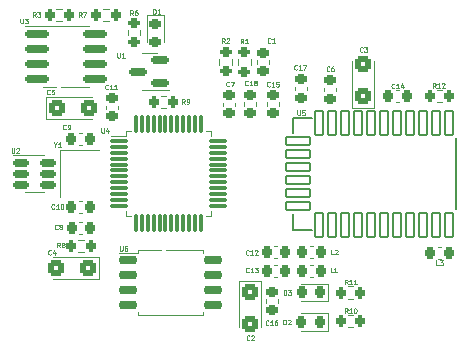
<source format=gbr>
G04 #@! TF.GenerationSoftware,KiCad,Pcbnew,6.0.11-2627ca5db0~126~ubuntu22.04.1*
G04 #@! TF.CreationDate,2023-11-29T16:22:24+00:00*
G04 #@! TF.ProjectId,GeoLoc,47656f4c-6f63-42e6-9b69-6361645f7063,rev?*
G04 #@! TF.SameCoordinates,PX44794c0PY22243c0*
G04 #@! TF.FileFunction,Legend,Top*
G04 #@! TF.FilePolarity,Positive*
%FSLAX45Y45*%
G04 Gerber Fmt 4.5, Leading zero omitted, Abs format (unit mm)*
G04 Created by KiCad (PCBNEW 6.0.11-2627ca5db0~126~ubuntu22.04.1) date 2023-11-29 16:22:24*
%MOMM*%
%LPD*%
G01*
G04 APERTURE LIST*
G04 Aperture macros list*
%AMRoundRect*
0 Rectangle with rounded corners*
0 $1 Rounding radius*
0 $2 $3 $4 $5 $6 $7 $8 $9 X,Y pos of 4 corners*
0 Add a 4 corners polygon primitive as box body*
4,1,4,$2,$3,$4,$5,$6,$7,$8,$9,$2,$3,0*
0 Add four circle primitives for the rounded corners*
1,1,$1+$1,$2,$3*
1,1,$1+$1,$4,$5*
1,1,$1+$1,$6,$7*
1,1,$1+$1,$8,$9*
0 Add four rect primitives between the rounded corners*
20,1,$1+$1,$2,$3,$4,$5,0*
20,1,$1+$1,$4,$5,$6,$7,0*
20,1,$1+$1,$6,$7,$8,$9,0*
20,1,$1+$1,$8,$9,$2,$3,0*%
G04 Aperture macros list end*
%ADD10C,0.100000*%
%ADD11C,0.120000*%
%ADD12C,0.127000*%
%ADD13RoundRect,0.250000X0.625000X-0.350000X0.625000X0.350000X-0.625000X0.350000X-0.625000X-0.350000X0*%
%ADD14O,1.750000X1.200000*%
%ADD15RoundRect,0.150000X0.587500X0.150000X-0.587500X0.150000X-0.587500X-0.150000X0.587500X-0.150000X0*%
%ADD16C,4.400000*%
%ADD17RoundRect,0.200000X0.200000X0.275000X-0.200000X0.275000X-0.200000X-0.275000X0.200000X-0.275000X0*%
%ADD18RoundRect,0.218750X0.218750X0.256250X-0.218750X0.256250X-0.218750X-0.256250X0.218750X-0.256250X0*%
%ADD19RoundRect,0.250000X0.450000X0.425000X-0.450000X0.425000X-0.450000X-0.425000X0.450000X-0.425000X0*%
%ADD20R,1.200000X1.400000*%
%ADD21RoundRect,0.075000X-0.075000X-0.662500X0.075000X-0.662500X0.075000X0.662500X-0.075000X0.662500X0*%
%ADD22RoundRect,0.075000X-0.662500X-0.075000X0.662500X-0.075000X0.662500X0.075000X-0.662500X0.075000X0*%
%ADD23RoundRect,0.225000X-0.250000X0.225000X-0.250000X-0.225000X0.250000X-0.225000X0.250000X0.225000X0*%
%ADD24RoundRect,0.225000X0.225000X0.250000X-0.225000X0.250000X-0.225000X-0.250000X0.225000X-0.250000X0*%
%ADD25RoundRect,0.150000X-0.825000X-0.150000X0.825000X-0.150000X0.825000X0.150000X-0.825000X0.150000X0*%
%ADD26R,2.290000X3.000000*%
%ADD27RoundRect,0.225000X-0.225000X-0.250000X0.225000X-0.250000X0.225000X0.250000X-0.225000X0.250000X0*%
%ADD28RoundRect,0.250000X-0.450000X-0.425000X0.450000X-0.425000X0.450000X0.425000X-0.450000X0.425000X0*%
%ADD29RoundRect,0.218750X-0.218750X-0.256250X0.218750X-0.256250X0.218750X0.256250X-0.218750X0.256250X0*%
%ADD30RoundRect,0.225000X0.250000X-0.225000X0.250000X0.225000X-0.250000X0.225000X-0.250000X-0.225000X0*%
%ADD31RoundRect,0.150000X-0.512500X-0.150000X0.512500X-0.150000X0.512500X0.150000X-0.512500X0.150000X0*%
%ADD32RoundRect,0.200000X0.275000X-0.200000X0.275000X0.200000X-0.275000X0.200000X-0.275000X-0.200000X0*%
%ADD33RoundRect,0.150000X-0.650000X-0.150000X0.650000X-0.150000X0.650000X0.150000X-0.650000X0.150000X0*%
%ADD34RoundRect,0.102000X-0.350000X1.000000X-0.350000X-1.000000X0.350000X-1.000000X0.350000X1.000000X0*%
%ADD35RoundRect,0.102000X-1.000000X0.350000X-1.000000X-0.350000X1.000000X-0.350000X1.000000X0.350000X0*%
%ADD36RoundRect,0.218750X-0.256250X0.218750X-0.256250X-0.218750X0.256250X-0.218750X0.256250X0.218750X0*%
%ADD37RoundRect,0.250000X-0.425000X0.450000X-0.425000X-0.450000X0.425000X-0.450000X0.425000X0.450000X0*%
%ADD38RoundRect,0.200000X-0.275000X0.200000X-0.275000X-0.200000X0.275000X-0.200000X0.275000X0.200000X0*%
%ADD39RoundRect,0.250000X0.425000X-0.450000X0.425000X0.450000X-0.425000X0.450000X-0.425000X-0.450000X0*%
%ADD40C,0.400000*%
G04 APERTURE END LIST*
D10*
X1496524Y-429095D02*
X1496524Y-461476D01*
X1498428Y-465286D01*
X1500333Y-467190D01*
X1504143Y-469095D01*
X1511762Y-469095D01*
X1515571Y-467190D01*
X1517476Y-465286D01*
X1519381Y-461476D01*
X1519381Y-429095D01*
X1559381Y-469095D02*
X1536524Y-469095D01*
X1547952Y-469095D02*
X1547952Y-429095D01*
X1544143Y-434809D01*
X1540333Y-438619D01*
X1536524Y-440524D01*
X3446286Y-2389095D02*
X3432952Y-2370048D01*
X3423428Y-2389095D02*
X3423428Y-2349095D01*
X3438667Y-2349095D01*
X3442476Y-2351000D01*
X3444381Y-2352905D01*
X3446286Y-2356714D01*
X3446286Y-2362429D01*
X3444381Y-2366238D01*
X3442476Y-2368143D01*
X3438667Y-2370048D01*
X3423428Y-2370048D01*
X3484381Y-2389095D02*
X3461524Y-2389095D01*
X3472952Y-2389095D02*
X3472952Y-2349095D01*
X3469143Y-2354810D01*
X3465333Y-2358619D01*
X3461524Y-2360524D01*
X3522476Y-2389095D02*
X3499619Y-2389095D01*
X3511048Y-2389095D02*
X3511048Y-2349095D01*
X3507238Y-2354810D01*
X3503428Y-2358619D01*
X3499619Y-2360524D01*
X3445286Y-2631095D02*
X3431952Y-2612048D01*
X3422428Y-2631095D02*
X3422428Y-2591095D01*
X3437667Y-2591095D01*
X3441476Y-2593000D01*
X3443381Y-2594905D01*
X3445286Y-2598714D01*
X3445286Y-2604429D01*
X3443381Y-2608238D01*
X3441476Y-2610143D01*
X3437667Y-2612048D01*
X3422428Y-2612048D01*
X3483381Y-2631095D02*
X3460524Y-2631095D01*
X3471952Y-2631095D02*
X3471952Y-2591095D01*
X3468143Y-2596810D01*
X3464333Y-2600619D01*
X3460524Y-2602524D01*
X3508143Y-2591095D02*
X3511952Y-2591095D01*
X3515762Y-2593000D01*
X3517667Y-2594905D01*
X3519571Y-2598714D01*
X3521476Y-2606333D01*
X3521476Y-2615857D01*
X3519571Y-2623476D01*
X3517667Y-2627286D01*
X3515762Y-2629190D01*
X3511952Y-2631095D01*
X3508143Y-2631095D01*
X3504333Y-2629190D01*
X3502428Y-2627286D01*
X3500524Y-2623476D01*
X3498619Y-2615857D01*
X3498619Y-2606333D01*
X3500524Y-2598714D01*
X3502428Y-2594905D01*
X3504333Y-2593000D01*
X3508143Y-2591095D01*
X2905476Y-2477095D02*
X2905476Y-2437095D01*
X2915000Y-2437095D01*
X2920714Y-2439000D01*
X2924524Y-2442810D01*
X2926428Y-2446619D01*
X2928333Y-2454238D01*
X2928333Y-2459952D01*
X2926428Y-2467571D01*
X2924524Y-2471381D01*
X2920714Y-2475190D01*
X2915000Y-2477095D01*
X2905476Y-2477095D01*
X2941667Y-2437095D02*
X2966428Y-2437095D01*
X2953095Y-2452333D01*
X2958809Y-2452333D01*
X2962619Y-2454238D01*
X2964524Y-2456143D01*
X2966428Y-2459952D01*
X2966428Y-2469476D01*
X2964524Y-2473286D01*
X2962619Y-2475190D01*
X2958809Y-2477095D01*
X2947381Y-2477095D01*
X2943571Y-2475190D01*
X2941667Y-2473286D01*
X2902976Y-2727095D02*
X2902976Y-2687095D01*
X2912500Y-2687095D01*
X2918214Y-2689000D01*
X2922024Y-2692810D01*
X2923928Y-2696619D01*
X2925833Y-2704238D01*
X2925833Y-2709952D01*
X2923928Y-2717571D01*
X2922024Y-2721381D01*
X2918214Y-2725190D01*
X2912500Y-2727095D01*
X2902976Y-2727095D01*
X2941071Y-2690905D02*
X2942976Y-2689000D01*
X2946786Y-2687095D01*
X2956309Y-2687095D01*
X2960119Y-2689000D01*
X2962024Y-2690905D01*
X2963928Y-2694714D01*
X2963928Y-2698524D01*
X2962024Y-2704238D01*
X2939167Y-2727095D01*
X2963928Y-2727095D01*
X935333Y-2133286D02*
X933428Y-2135190D01*
X927714Y-2137095D01*
X923905Y-2137095D01*
X918190Y-2135190D01*
X914381Y-2131381D01*
X912476Y-2127571D01*
X910571Y-2119952D01*
X910571Y-2114238D01*
X912476Y-2106619D01*
X914381Y-2102810D01*
X918190Y-2099000D01*
X923905Y-2097095D01*
X927714Y-2097095D01*
X933428Y-2099000D01*
X935333Y-2100905D01*
X969619Y-2110429D02*
X969619Y-2137095D01*
X960095Y-2095190D02*
X950571Y-2123762D01*
X975333Y-2123762D01*
X970952Y-1207048D02*
X970952Y-1226095D01*
X957619Y-1186095D02*
X970952Y-1207048D01*
X984286Y-1186095D01*
X1018571Y-1226095D02*
X995714Y-1226095D01*
X1007143Y-1226095D02*
X1007143Y-1186095D01*
X1003333Y-1191810D01*
X999524Y-1195619D01*
X995714Y-1197524D01*
X1361524Y-1066095D02*
X1361524Y-1098476D01*
X1363429Y-1102286D01*
X1365333Y-1104190D01*
X1369143Y-1106095D01*
X1376762Y-1106095D01*
X1380571Y-1104190D01*
X1382476Y-1102286D01*
X1384381Y-1098476D01*
X1384381Y-1066095D01*
X1420571Y-1079429D02*
X1420571Y-1106095D01*
X1411048Y-1064190D02*
X1401524Y-1092762D01*
X1426286Y-1092762D01*
X1419086Y-732286D02*
X1417181Y-734190D01*
X1411467Y-736095D01*
X1407657Y-736095D01*
X1401943Y-734190D01*
X1398133Y-730381D01*
X1396229Y-726571D01*
X1394324Y-718952D01*
X1394324Y-713238D01*
X1396229Y-705619D01*
X1398133Y-701809D01*
X1401943Y-698000D01*
X1407657Y-696095D01*
X1411467Y-696095D01*
X1417181Y-698000D01*
X1419086Y-699905D01*
X1457181Y-736095D02*
X1434324Y-736095D01*
X1445752Y-736095D02*
X1445752Y-696095D01*
X1441943Y-701809D01*
X1438133Y-705619D01*
X1434324Y-707524D01*
X1495276Y-736095D02*
X1472419Y-736095D01*
X1483848Y-736095D02*
X1483848Y-696095D01*
X1480038Y-701809D01*
X1476228Y-705619D01*
X1472419Y-707524D01*
X2610286Y-2282286D02*
X2608381Y-2284190D01*
X2602667Y-2286095D01*
X2598857Y-2286095D01*
X2593143Y-2284190D01*
X2589333Y-2280381D01*
X2587429Y-2276571D01*
X2585524Y-2268952D01*
X2585524Y-2263238D01*
X2587429Y-2255619D01*
X2589333Y-2251810D01*
X2593143Y-2248000D01*
X2598857Y-2246095D01*
X2602667Y-2246095D01*
X2608381Y-2248000D01*
X2610286Y-2249905D01*
X2648381Y-2286095D02*
X2625524Y-2286095D01*
X2636952Y-2286095D02*
X2636952Y-2246095D01*
X2633143Y-2251810D01*
X2629333Y-2255619D01*
X2625524Y-2257524D01*
X2661714Y-2246095D02*
X2686476Y-2246095D01*
X2673143Y-2261333D01*
X2678857Y-2261333D01*
X2682667Y-2263238D01*
X2684571Y-2265143D01*
X2686476Y-2268952D01*
X2686476Y-2278476D01*
X2684571Y-2282286D01*
X2682667Y-2284190D01*
X2678857Y-2286095D01*
X2667429Y-2286095D01*
X2663619Y-2284190D01*
X2661714Y-2282286D01*
X675524Y-138095D02*
X675524Y-170476D01*
X677429Y-174286D01*
X679333Y-176190D01*
X683143Y-178095D01*
X690762Y-178095D01*
X694571Y-176190D01*
X696476Y-174286D01*
X698381Y-170476D01*
X698381Y-138095D01*
X713619Y-138095D02*
X738381Y-138095D01*
X725048Y-153333D01*
X730762Y-153333D01*
X734571Y-155238D01*
X736476Y-157143D01*
X738381Y-160952D01*
X738381Y-170476D01*
X736476Y-174286D01*
X734571Y-176190D01*
X730762Y-178095D01*
X719333Y-178095D01*
X715524Y-176190D01*
X713619Y-174286D01*
X991333Y-1918286D02*
X989428Y-1920190D01*
X983714Y-1922095D01*
X979905Y-1922095D01*
X974190Y-1920190D01*
X970381Y-1916381D01*
X968476Y-1912571D01*
X966571Y-1904952D01*
X966571Y-1899238D01*
X968476Y-1891619D01*
X970381Y-1887809D01*
X974190Y-1884000D01*
X979905Y-1882095D01*
X983714Y-1882095D01*
X989428Y-1884000D01*
X991333Y-1885905D01*
X1014190Y-1899238D02*
X1010381Y-1897333D01*
X1008476Y-1895428D01*
X1006571Y-1891619D01*
X1006571Y-1889714D01*
X1008476Y-1885905D01*
X1010381Y-1884000D01*
X1014190Y-1882095D01*
X1021809Y-1882095D01*
X1025619Y-1884000D01*
X1027524Y-1885905D01*
X1029428Y-1889714D01*
X1029428Y-1891619D01*
X1027524Y-1895428D01*
X1025619Y-1897333D01*
X1021809Y-1899238D01*
X1014190Y-1899238D01*
X1010381Y-1901143D01*
X1008476Y-1903048D01*
X1006571Y-1906857D01*
X1006571Y-1914476D01*
X1008476Y-1918286D01*
X1010381Y-1920190D01*
X1014190Y-1922095D01*
X1021809Y-1922095D01*
X1025619Y-1920190D01*
X1027524Y-1918286D01*
X1029428Y-1914476D01*
X1029428Y-1906857D01*
X1027524Y-1903048D01*
X1025619Y-1901143D01*
X1021809Y-1899238D01*
X925333Y-775286D02*
X923428Y-777190D01*
X917714Y-779095D01*
X913905Y-779095D01*
X908190Y-777190D01*
X904381Y-773381D01*
X902476Y-769571D01*
X900571Y-761952D01*
X900571Y-756238D01*
X902476Y-748619D01*
X904381Y-744809D01*
X908190Y-741000D01*
X913905Y-739095D01*
X917714Y-739095D01*
X923428Y-741000D01*
X925333Y-742905D01*
X961524Y-739095D02*
X942476Y-739095D01*
X940571Y-758143D01*
X942476Y-756238D01*
X946286Y-754333D01*
X955809Y-754333D01*
X959619Y-756238D01*
X961524Y-758143D01*
X963428Y-761952D01*
X963428Y-771476D01*
X961524Y-775286D01*
X959619Y-777190D01*
X955809Y-779095D01*
X946286Y-779095D01*
X942476Y-777190D01*
X940571Y-775286D01*
X3327333Y-2135095D02*
X3308286Y-2135095D01*
X3308286Y-2095095D01*
X3338762Y-2098905D02*
X3340667Y-2097000D01*
X3344476Y-2095095D01*
X3354000Y-2095095D01*
X3357809Y-2097000D01*
X3359714Y-2098905D01*
X3361619Y-2102714D01*
X3361619Y-2106524D01*
X3359714Y-2112238D01*
X3336857Y-2135095D01*
X3361619Y-2135095D01*
X3019286Y-566286D02*
X3017381Y-568190D01*
X3011667Y-570095D01*
X3007857Y-570095D01*
X3002143Y-568190D01*
X2998333Y-564381D01*
X2996428Y-560571D01*
X2994524Y-552952D01*
X2994524Y-547238D01*
X2996428Y-539619D01*
X2998333Y-535810D01*
X3002143Y-532000D01*
X3007857Y-530095D01*
X3011667Y-530095D01*
X3017381Y-532000D01*
X3019286Y-533905D01*
X3057381Y-570095D02*
X3034524Y-570095D01*
X3045952Y-570095D02*
X3045952Y-530095D01*
X3042143Y-535810D01*
X3038333Y-539619D01*
X3034524Y-541524D01*
X3070714Y-530095D02*
X3097381Y-530095D01*
X3080238Y-570095D01*
X602524Y-1234095D02*
X602524Y-1266476D01*
X604429Y-1270286D01*
X606333Y-1272190D01*
X610143Y-1274095D01*
X617762Y-1274095D01*
X621571Y-1272190D01*
X623476Y-1270286D01*
X625381Y-1266476D01*
X625381Y-1234095D01*
X642524Y-1237905D02*
X644429Y-1236000D01*
X648238Y-1234095D01*
X657762Y-1234095D01*
X661571Y-1236000D01*
X663476Y-1237905D01*
X665381Y-1241714D01*
X665381Y-1245524D01*
X663476Y-1251238D01*
X640619Y-1274095D01*
X665381Y-1274095D01*
X2068333Y-860095D02*
X2055000Y-841048D01*
X2045476Y-860095D02*
X2045476Y-820095D01*
X2060714Y-820095D01*
X2064524Y-822000D01*
X2066428Y-823905D01*
X2068333Y-827714D01*
X2068333Y-833428D01*
X2066428Y-837238D01*
X2064524Y-839143D01*
X2060714Y-841048D01*
X2045476Y-841048D01*
X2087381Y-860095D02*
X2095000Y-860095D01*
X2098810Y-858190D01*
X2100714Y-856286D01*
X2104524Y-850571D01*
X2106429Y-842952D01*
X2106429Y-827714D01*
X2104524Y-823905D01*
X2102619Y-822000D01*
X2098810Y-820095D01*
X2091190Y-820095D01*
X2087381Y-822000D01*
X2085476Y-823905D01*
X2083571Y-827714D01*
X2083571Y-837238D01*
X2085476Y-841048D01*
X2087381Y-842952D01*
X2091190Y-844857D01*
X2098810Y-844857D01*
X2102619Y-842952D01*
X2104524Y-841048D01*
X2106429Y-837238D01*
X1011333Y-2075095D02*
X998000Y-2056048D01*
X988476Y-2075095D02*
X988476Y-2035095D01*
X1003714Y-2035095D01*
X1007524Y-2037000D01*
X1009428Y-2038905D01*
X1011333Y-2042714D01*
X1011333Y-2048428D01*
X1009428Y-2052238D01*
X1007524Y-2054143D01*
X1003714Y-2056048D01*
X988476Y-2056048D01*
X1034190Y-2052238D02*
X1030381Y-2050333D01*
X1028476Y-2048428D01*
X1026571Y-2044619D01*
X1026571Y-2042714D01*
X1028476Y-2038905D01*
X1030381Y-2037000D01*
X1034190Y-2035095D01*
X1041809Y-2035095D01*
X1045619Y-2037000D01*
X1047524Y-2038905D01*
X1049429Y-2042714D01*
X1049429Y-2044619D01*
X1047524Y-2048428D01*
X1045619Y-2050333D01*
X1041809Y-2052238D01*
X1034190Y-2052238D01*
X1030381Y-2054143D01*
X1028476Y-2056048D01*
X1026571Y-2059857D01*
X1026571Y-2067476D01*
X1028476Y-2071286D01*
X1030381Y-2073190D01*
X1034190Y-2075095D01*
X1041809Y-2075095D01*
X1045619Y-2073190D01*
X1047524Y-2071286D01*
X1049429Y-2067476D01*
X1049429Y-2059857D01*
X1047524Y-2056048D01*
X1045619Y-2054143D01*
X1041809Y-2052238D01*
X1629333Y-108095D02*
X1616000Y-89048D01*
X1606476Y-108095D02*
X1606476Y-68095D01*
X1621714Y-68095D01*
X1625524Y-70000D01*
X1627428Y-71905D01*
X1629333Y-75714D01*
X1629333Y-81429D01*
X1627428Y-85238D01*
X1625524Y-87143D01*
X1621714Y-89048D01*
X1606476Y-89048D01*
X1663619Y-68095D02*
X1656000Y-68095D01*
X1652190Y-70000D01*
X1650286Y-71905D01*
X1646476Y-77619D01*
X1644571Y-85238D01*
X1644571Y-100476D01*
X1646476Y-104286D01*
X1648381Y-106190D01*
X1652190Y-108095D01*
X1659809Y-108095D01*
X1663619Y-106190D01*
X1665524Y-104286D01*
X1667428Y-100476D01*
X1667428Y-90952D01*
X1665524Y-87143D01*
X1663619Y-85238D01*
X1659809Y-83333D01*
X1652190Y-83333D01*
X1648381Y-85238D01*
X1646476Y-87143D01*
X1644571Y-90952D01*
X1517524Y-2065095D02*
X1517524Y-2097476D01*
X1519428Y-2101286D01*
X1521333Y-2103190D01*
X1525143Y-2105095D01*
X1532762Y-2105095D01*
X1536571Y-2103190D01*
X1538476Y-2101286D01*
X1540381Y-2097476D01*
X1540381Y-2065095D01*
X1576571Y-2065095D02*
X1568952Y-2065095D01*
X1565143Y-2067000D01*
X1563238Y-2068905D01*
X1559428Y-2074619D01*
X1557524Y-2082238D01*
X1557524Y-2097476D01*
X1559428Y-2101286D01*
X1561333Y-2103190D01*
X1565143Y-2105095D01*
X1572762Y-2105095D01*
X1576571Y-2103190D01*
X1578476Y-2101286D01*
X1580381Y-2097476D01*
X1580381Y-2087952D01*
X1578476Y-2084143D01*
X1576571Y-2082238D01*
X1572762Y-2080333D01*
X1565143Y-2080333D01*
X1561333Y-2082238D01*
X1559428Y-2084143D01*
X1557524Y-2087952D01*
X1193333Y-124095D02*
X1180000Y-105048D01*
X1170476Y-124095D02*
X1170476Y-84095D01*
X1185714Y-84095D01*
X1189524Y-86000D01*
X1191429Y-87905D01*
X1193333Y-91714D01*
X1193333Y-97428D01*
X1191429Y-101238D01*
X1189524Y-103143D01*
X1185714Y-105048D01*
X1170476Y-105048D01*
X1206667Y-84095D02*
X1233333Y-84095D01*
X1216190Y-124095D01*
X2788286Y-709286D02*
X2786381Y-711190D01*
X2780667Y-713095D01*
X2776857Y-713095D01*
X2771143Y-711190D01*
X2767333Y-707381D01*
X2765429Y-703571D01*
X2763524Y-695952D01*
X2763524Y-690238D01*
X2765429Y-682619D01*
X2767333Y-678810D01*
X2771143Y-675000D01*
X2776857Y-673095D01*
X2780667Y-673095D01*
X2786381Y-675000D01*
X2788286Y-676905D01*
X2826381Y-713095D02*
X2803524Y-713095D01*
X2814952Y-713095D02*
X2814952Y-673095D01*
X2811143Y-678810D01*
X2807333Y-682619D01*
X2803524Y-684524D01*
X2862571Y-673095D02*
X2843524Y-673095D01*
X2841619Y-692143D01*
X2843524Y-690238D01*
X2847333Y-688333D01*
X2856857Y-688333D01*
X2860667Y-690238D01*
X2862571Y-692143D01*
X2864476Y-695952D01*
X2864476Y-705476D01*
X2862571Y-709286D01*
X2860667Y-711190D01*
X2856857Y-713095D01*
X2847333Y-713095D01*
X2843524Y-711190D01*
X2841619Y-709286D01*
X4191286Y-724095D02*
X4177952Y-705048D01*
X4168428Y-724095D02*
X4168428Y-684095D01*
X4183667Y-684095D01*
X4187476Y-686000D01*
X4189381Y-687905D01*
X4191286Y-691714D01*
X4191286Y-697429D01*
X4189381Y-701238D01*
X4187476Y-703143D01*
X4183667Y-705048D01*
X4168428Y-705048D01*
X4229381Y-724095D02*
X4206524Y-724095D01*
X4217952Y-724095D02*
X4217952Y-684095D01*
X4214143Y-689810D01*
X4210333Y-693619D01*
X4206524Y-695524D01*
X4244619Y-687905D02*
X4246524Y-686000D01*
X4250333Y-684095D01*
X4259857Y-684095D01*
X4263667Y-686000D01*
X4265571Y-687905D01*
X4267476Y-691714D01*
X4267476Y-695524D01*
X4265571Y-701238D01*
X4242714Y-724095D01*
X4267476Y-724095D01*
X3020524Y-915095D02*
X3020524Y-947476D01*
X3022428Y-951286D01*
X3024333Y-953190D01*
X3028143Y-955095D01*
X3035762Y-955095D01*
X3039571Y-953190D01*
X3041476Y-951286D01*
X3043381Y-947476D01*
X3043381Y-915095D01*
X3081476Y-915095D02*
X3062428Y-915095D01*
X3060524Y-934143D01*
X3062428Y-932238D01*
X3066238Y-930333D01*
X3075762Y-930333D01*
X3079571Y-932238D01*
X3081476Y-934143D01*
X3083381Y-937952D01*
X3083381Y-947476D01*
X3081476Y-951286D01*
X3079571Y-953190D01*
X3075762Y-955095D01*
X3066238Y-955095D01*
X3062428Y-953190D01*
X3060524Y-951286D01*
X2601286Y-698286D02*
X2599381Y-700190D01*
X2593667Y-702095D01*
X2589857Y-702095D01*
X2584143Y-700190D01*
X2580333Y-696381D01*
X2578429Y-692571D01*
X2576524Y-684952D01*
X2576524Y-679238D01*
X2578429Y-671619D01*
X2580333Y-667810D01*
X2584143Y-664000D01*
X2589857Y-662095D01*
X2593667Y-662095D01*
X2599381Y-664000D01*
X2601286Y-665905D01*
X2639381Y-702095D02*
X2616524Y-702095D01*
X2627952Y-702095D02*
X2627952Y-662095D01*
X2624143Y-667810D01*
X2620333Y-671619D01*
X2616524Y-673524D01*
X2662238Y-679238D02*
X2658429Y-677333D01*
X2656524Y-675429D01*
X2654619Y-671619D01*
X2654619Y-669714D01*
X2656524Y-665905D01*
X2658429Y-664000D01*
X2662238Y-662095D01*
X2669857Y-662095D01*
X2673667Y-664000D01*
X2675571Y-665905D01*
X2677476Y-669714D01*
X2677476Y-671619D01*
X2675571Y-675429D01*
X2673667Y-677333D01*
X2669857Y-679238D01*
X2662238Y-679238D01*
X2658429Y-681143D01*
X2656524Y-683048D01*
X2654619Y-686857D01*
X2654619Y-694476D01*
X2656524Y-698286D01*
X2658429Y-700190D01*
X2662238Y-702095D01*
X2669857Y-702095D01*
X2673667Y-700190D01*
X2675571Y-698286D01*
X2677476Y-694476D01*
X2677476Y-686857D01*
X2675571Y-683048D01*
X2673667Y-681143D01*
X2669857Y-679238D01*
X2442333Y-707286D02*
X2440429Y-709190D01*
X2434714Y-711095D01*
X2430905Y-711095D01*
X2425190Y-709190D01*
X2421381Y-705381D01*
X2419476Y-701571D01*
X2417571Y-693952D01*
X2417571Y-688238D01*
X2419476Y-680619D01*
X2421381Y-676810D01*
X2425190Y-673000D01*
X2430905Y-671095D01*
X2434714Y-671095D01*
X2440429Y-673000D01*
X2442333Y-674905D01*
X2455667Y-671095D02*
X2482333Y-671095D01*
X2465190Y-711095D01*
X1800476Y-97095D02*
X1800476Y-57095D01*
X1810000Y-57095D01*
X1815714Y-59000D01*
X1819524Y-62809D01*
X1821428Y-66619D01*
X1823333Y-74238D01*
X1823333Y-79952D01*
X1821428Y-87571D01*
X1819524Y-91381D01*
X1815714Y-95190D01*
X1810000Y-97095D01*
X1800476Y-97095D01*
X1861428Y-97095D02*
X1838571Y-97095D01*
X1850000Y-97095D02*
X1850000Y-57095D01*
X1846190Y-62809D01*
X1842381Y-66619D01*
X1838571Y-68524D01*
X2615333Y-2856036D02*
X2613429Y-2857940D01*
X2607714Y-2859845D01*
X2603905Y-2859845D01*
X2598190Y-2857940D01*
X2594381Y-2854131D01*
X2592476Y-2850321D01*
X2590571Y-2842702D01*
X2590571Y-2836988D01*
X2592476Y-2829369D01*
X2594381Y-2825559D01*
X2598190Y-2821750D01*
X2603905Y-2819845D01*
X2607714Y-2819845D01*
X2613429Y-2821750D01*
X2615333Y-2823655D01*
X2630571Y-2823655D02*
X2632476Y-2821750D01*
X2636286Y-2819845D01*
X2645810Y-2819845D01*
X2649619Y-2821750D01*
X2651524Y-2823655D01*
X2653429Y-2827464D01*
X2653429Y-2831274D01*
X2651524Y-2836988D01*
X2628667Y-2859845D01*
X2653429Y-2859845D01*
X3842286Y-725286D02*
X3840381Y-727190D01*
X3834667Y-729095D01*
X3830857Y-729095D01*
X3825143Y-727190D01*
X3821333Y-723381D01*
X3819428Y-719571D01*
X3817524Y-711952D01*
X3817524Y-706238D01*
X3819428Y-698619D01*
X3821333Y-694810D01*
X3825143Y-691000D01*
X3830857Y-689095D01*
X3834667Y-689095D01*
X3840381Y-691000D01*
X3842286Y-692905D01*
X3880381Y-729095D02*
X3857524Y-729095D01*
X3868952Y-729095D02*
X3868952Y-689095D01*
X3865143Y-694810D01*
X3861333Y-698619D01*
X3857524Y-700524D01*
X3914667Y-702428D02*
X3914667Y-729095D01*
X3905143Y-687190D02*
X3895619Y-715762D01*
X3920381Y-715762D01*
X1060333Y-1072286D02*
X1058429Y-1074190D01*
X1052714Y-1076095D01*
X1048905Y-1076095D01*
X1043190Y-1074190D01*
X1039381Y-1070381D01*
X1037476Y-1066571D01*
X1035571Y-1058952D01*
X1035571Y-1053238D01*
X1037476Y-1045619D01*
X1039381Y-1041809D01*
X1043190Y-1038000D01*
X1048905Y-1036095D01*
X1052714Y-1036095D01*
X1058429Y-1038000D01*
X1060333Y-1039905D01*
X1079381Y-1076095D02*
X1087000Y-1076095D01*
X1090810Y-1074190D01*
X1092714Y-1072286D01*
X1096524Y-1066571D01*
X1098429Y-1058952D01*
X1098429Y-1043714D01*
X1096524Y-1039905D01*
X1094619Y-1038000D01*
X1090810Y-1036095D01*
X1083190Y-1036095D01*
X1079381Y-1038000D01*
X1077476Y-1039905D01*
X1075571Y-1043714D01*
X1075571Y-1053238D01*
X1077476Y-1057048D01*
X1079381Y-1058952D01*
X1083190Y-1060857D01*
X1090810Y-1060857D01*
X1094619Y-1058952D01*
X1096524Y-1057048D01*
X1098429Y-1053238D01*
X2564333Y-347095D02*
X2551000Y-328048D01*
X2541476Y-347095D02*
X2541476Y-307095D01*
X2556714Y-307095D01*
X2560524Y-309000D01*
X2562429Y-310905D01*
X2564333Y-314714D01*
X2564333Y-320429D01*
X2562429Y-324238D01*
X2560524Y-326143D01*
X2556714Y-328048D01*
X2541476Y-328048D01*
X2602429Y-347095D02*
X2579571Y-347095D01*
X2591000Y-347095D02*
X2591000Y-307095D01*
X2587190Y-312810D01*
X2583381Y-316619D01*
X2579571Y-318524D01*
X2407333Y-346095D02*
X2394000Y-327048D01*
X2384476Y-346095D02*
X2384476Y-306095D01*
X2399714Y-306095D01*
X2403524Y-308000D01*
X2405429Y-309905D01*
X2407333Y-313714D01*
X2407333Y-319429D01*
X2405429Y-323238D01*
X2403524Y-325143D01*
X2399714Y-327048D01*
X2384476Y-327048D01*
X2422571Y-309905D02*
X2424476Y-308000D01*
X2428286Y-306095D01*
X2437810Y-306095D01*
X2441619Y-308000D01*
X2443524Y-309905D01*
X2445429Y-313714D01*
X2445429Y-317524D01*
X2443524Y-323238D01*
X2420667Y-346095D01*
X2445429Y-346095D01*
X3292333Y-579286D02*
X3290428Y-581190D01*
X3284714Y-583095D01*
X3280905Y-583095D01*
X3275190Y-581190D01*
X3271381Y-577381D01*
X3269476Y-573571D01*
X3267571Y-565952D01*
X3267571Y-560238D01*
X3269476Y-552619D01*
X3271381Y-548810D01*
X3275190Y-545000D01*
X3280905Y-543095D01*
X3284714Y-543095D01*
X3290428Y-545000D01*
X3292333Y-546905D01*
X3326619Y-543095D02*
X3319000Y-543095D01*
X3315190Y-545000D01*
X3313286Y-546905D01*
X3309476Y-552619D01*
X3307571Y-560238D01*
X3307571Y-575476D01*
X3309476Y-579286D01*
X3311381Y-581190D01*
X3315190Y-583095D01*
X3322809Y-583095D01*
X3326619Y-581190D01*
X3328524Y-579286D01*
X3330428Y-575476D01*
X3330428Y-565952D01*
X3328524Y-562143D01*
X3326619Y-560238D01*
X3322809Y-558333D01*
X3315190Y-558333D01*
X3311381Y-560238D01*
X3309476Y-562143D01*
X3307571Y-565952D01*
X806333Y-123095D02*
X793000Y-104048D01*
X783476Y-123095D02*
X783476Y-83095D01*
X798714Y-83095D01*
X802524Y-85000D01*
X804428Y-86905D01*
X806333Y-90714D01*
X806333Y-96428D01*
X804428Y-100238D01*
X802524Y-102143D01*
X798714Y-104048D01*
X783476Y-104048D01*
X819667Y-83095D02*
X844428Y-83095D01*
X831095Y-98333D01*
X836809Y-98333D01*
X840619Y-100238D01*
X842524Y-102143D01*
X844428Y-105952D01*
X844428Y-115476D01*
X842524Y-119286D01*
X840619Y-121190D01*
X836809Y-123095D01*
X825381Y-123095D01*
X821571Y-121190D01*
X819667Y-119286D01*
X4217333Y-2225095D02*
X4198286Y-2225095D01*
X4198286Y-2185095D01*
X4226857Y-2185095D02*
X4251619Y-2185095D01*
X4238286Y-2200333D01*
X4244000Y-2200333D01*
X4247810Y-2202238D01*
X4249714Y-2204143D01*
X4251619Y-2207952D01*
X4251619Y-2217476D01*
X4249714Y-2221286D01*
X4247810Y-2223190D01*
X4244000Y-2225095D01*
X4232571Y-2225095D01*
X4228762Y-2223190D01*
X4226857Y-2221286D01*
X3320333Y-2287095D02*
X3301286Y-2287095D01*
X3301286Y-2247095D01*
X3354619Y-2287095D02*
X3331762Y-2287095D01*
X3343190Y-2287095D02*
X3343190Y-2247095D01*
X3339381Y-2252810D01*
X3335571Y-2256619D01*
X3331762Y-2258524D01*
X963786Y-1745286D02*
X961881Y-1747190D01*
X956167Y-1749095D01*
X952357Y-1749095D01*
X946643Y-1747190D01*
X942833Y-1743381D01*
X940928Y-1739571D01*
X939024Y-1731952D01*
X939024Y-1726238D01*
X940928Y-1718619D01*
X942833Y-1714809D01*
X946643Y-1711000D01*
X952357Y-1709095D01*
X956167Y-1709095D01*
X961881Y-1711000D01*
X963786Y-1712905D01*
X1001881Y-1749095D02*
X979024Y-1749095D01*
X990452Y-1749095D02*
X990452Y-1709095D01*
X986643Y-1714809D01*
X982833Y-1718619D01*
X979024Y-1720524D01*
X1026643Y-1709095D02*
X1030452Y-1709095D01*
X1034262Y-1711000D01*
X1036167Y-1712905D01*
X1038071Y-1716714D01*
X1039976Y-1724333D01*
X1039976Y-1733857D01*
X1038071Y-1741476D01*
X1036167Y-1745286D01*
X1034262Y-1747190D01*
X1030452Y-1749095D01*
X1026643Y-1749095D01*
X1022833Y-1747190D01*
X1020928Y-1745286D01*
X1019024Y-1741476D01*
X1017119Y-1733857D01*
X1017119Y-1724333D01*
X1019024Y-1716714D01*
X1020928Y-1712905D01*
X1022833Y-1711000D01*
X1026643Y-1709095D01*
X3573333Y-416286D02*
X3571428Y-418190D01*
X3565714Y-420095D01*
X3561905Y-420095D01*
X3556190Y-418190D01*
X3552381Y-414381D01*
X3550476Y-410571D01*
X3548571Y-402952D01*
X3548571Y-397238D01*
X3550476Y-389619D01*
X3552381Y-385809D01*
X3556190Y-382000D01*
X3561905Y-380095D01*
X3565714Y-380095D01*
X3571428Y-382000D01*
X3573333Y-383905D01*
X3586667Y-380095D02*
X3611428Y-380095D01*
X3598095Y-395333D01*
X3603809Y-395333D01*
X3607619Y-397238D01*
X3609524Y-399143D01*
X3611428Y-402952D01*
X3611428Y-412476D01*
X3609524Y-416286D01*
X3607619Y-418190D01*
X3603809Y-420095D01*
X3592381Y-420095D01*
X3588571Y-418190D01*
X3586667Y-416286D01*
X2608286Y-2134286D02*
X2606381Y-2136190D01*
X2600667Y-2138095D01*
X2596857Y-2138095D01*
X2591143Y-2136190D01*
X2587333Y-2132381D01*
X2585429Y-2128571D01*
X2583524Y-2120952D01*
X2583524Y-2115238D01*
X2585429Y-2107619D01*
X2587333Y-2103810D01*
X2591143Y-2100000D01*
X2596857Y-2098095D01*
X2600667Y-2098095D01*
X2606381Y-2100000D01*
X2608286Y-2101905D01*
X2646381Y-2138095D02*
X2623524Y-2138095D01*
X2634952Y-2138095D02*
X2634952Y-2098095D01*
X2631143Y-2103810D01*
X2627333Y-2107619D01*
X2623524Y-2109524D01*
X2661619Y-2101905D02*
X2663524Y-2100000D01*
X2667333Y-2098095D01*
X2676857Y-2098095D01*
X2680667Y-2100000D01*
X2682571Y-2101905D01*
X2684476Y-2105714D01*
X2684476Y-2109524D01*
X2682571Y-2115238D01*
X2659714Y-2138095D01*
X2684476Y-2138095D01*
X2776286Y-2729286D02*
X2774381Y-2731190D01*
X2768667Y-2733095D01*
X2764857Y-2733095D01*
X2759143Y-2731190D01*
X2755333Y-2727381D01*
X2753429Y-2723571D01*
X2751524Y-2715952D01*
X2751524Y-2710238D01*
X2753429Y-2702619D01*
X2755333Y-2698810D01*
X2759143Y-2695000D01*
X2764857Y-2693095D01*
X2768667Y-2693095D01*
X2774381Y-2695000D01*
X2776286Y-2696905D01*
X2814381Y-2733095D02*
X2791524Y-2733095D01*
X2802952Y-2733095D02*
X2802952Y-2693095D01*
X2799143Y-2698810D01*
X2795333Y-2702619D01*
X2791524Y-2704524D01*
X2848667Y-2693095D02*
X2841048Y-2693095D01*
X2837238Y-2695000D01*
X2835333Y-2696905D01*
X2831524Y-2702619D01*
X2829619Y-2710238D01*
X2829619Y-2725476D01*
X2831524Y-2729286D01*
X2833428Y-2731190D01*
X2837238Y-2733095D01*
X2844857Y-2733095D01*
X2848667Y-2731190D01*
X2850571Y-2729286D01*
X2852476Y-2725476D01*
X2852476Y-2715952D01*
X2850571Y-2712143D01*
X2848667Y-2710238D01*
X2844857Y-2708333D01*
X2837238Y-2708333D01*
X2833428Y-2710238D01*
X2831524Y-2712143D01*
X2829619Y-2715952D01*
X2793333Y-339286D02*
X2791429Y-341190D01*
X2785714Y-343095D01*
X2781905Y-343095D01*
X2776190Y-341190D01*
X2772381Y-337381D01*
X2770476Y-333571D01*
X2768571Y-325952D01*
X2768571Y-320238D01*
X2770476Y-312619D01*
X2772381Y-308810D01*
X2776190Y-305000D01*
X2781905Y-303095D01*
X2785714Y-303095D01*
X2791429Y-305000D01*
X2793333Y-306905D01*
X2831428Y-343095D02*
X2808571Y-343095D01*
X2820000Y-343095D02*
X2820000Y-303095D01*
X2816190Y-308810D01*
X2812381Y-312619D01*
X2808571Y-314524D01*
D11*
X1768000Y-742000D02*
X1703000Y-742000D01*
X1768000Y-430000D02*
X1703000Y-430000D01*
X1768000Y-742000D02*
X1935500Y-742000D01*
X1768000Y-430000D02*
X1833000Y-430000D01*
X3495726Y-2405750D02*
X3448274Y-2405750D01*
X3495726Y-2510250D02*
X3448274Y-2510250D01*
X3494726Y-2753250D02*
X3447274Y-2753250D01*
X3494726Y-2648750D02*
X3447274Y-2648750D01*
X3284000Y-2382500D02*
X3055500Y-2382500D01*
X3284000Y-2529500D02*
X3284000Y-2382500D01*
X3055500Y-2529500D02*
X3284000Y-2529500D01*
X3282500Y-2632500D02*
X3054000Y-2632500D01*
X3282500Y-2779500D02*
X3282500Y-2632500D01*
X3054000Y-2779500D02*
X3282500Y-2779500D01*
X1341000Y-2342500D02*
X1341000Y-2155500D01*
X1341000Y-2155500D02*
X950000Y-2155500D01*
X950000Y-2342500D02*
X1341000Y-2342500D01*
X1010500Y-1250000D02*
X1010500Y-1650000D01*
X1340500Y-1250000D02*
X1010500Y-1250000D01*
X2290000Y-1088000D02*
X2290000Y-1133000D01*
X1568000Y-1133000D02*
X1439000Y-1133000D01*
X1613000Y-1810000D02*
X1568000Y-1810000D01*
X1613000Y-1088000D02*
X1568000Y-1088000D01*
X2290000Y-1810000D02*
X2290000Y-1765000D01*
X2245000Y-1810000D02*
X2290000Y-1810000D01*
X1568000Y-1088000D02*
X1568000Y-1133000D01*
X1568000Y-1810000D02*
X1568000Y-1765000D01*
X2245000Y-1088000D02*
X2290000Y-1088000D01*
X1396800Y-874942D02*
X1396800Y-903058D01*
X1498800Y-874942D02*
X1498800Y-903058D01*
X2851058Y-2223000D02*
X2822942Y-2223000D01*
X2851058Y-2325000D02*
X2822942Y-2325000D01*
X1060000Y-715000D02*
X865000Y-715000D01*
X1060000Y-715000D02*
X1255000Y-715000D01*
X1060000Y-203000D02*
X1255000Y-203000D01*
X1060000Y-203000D02*
X715000Y-203000D01*
X1171942Y-1959000D02*
X1200058Y-1959000D01*
X1171942Y-1857000D02*
X1200058Y-1857000D01*
X1284250Y-803500D02*
X893250Y-803500D01*
X893250Y-803500D02*
X893250Y-990500D01*
X893250Y-990500D02*
X1284250Y-990500D01*
X3123722Y-2065000D02*
X3156278Y-2065000D01*
X3123722Y-2167000D02*
X3156278Y-2167000D01*
X2997000Y-743058D02*
X2997000Y-714942D01*
X3099000Y-743058D02*
X3099000Y-714942D01*
X794000Y-1297000D02*
X614000Y-1297000D01*
X794000Y-1609000D02*
X714000Y-1609000D01*
X794000Y-1297000D02*
X874000Y-1297000D01*
X794000Y-1609000D02*
X874000Y-1609000D01*
X1909726Y-793750D02*
X1862274Y-793750D01*
X1909726Y-898250D02*
X1862274Y-898250D01*
X1210726Y-2008750D02*
X1163274Y-2008750D01*
X1210726Y-2113250D02*
X1163274Y-2113250D01*
X1583750Y-280726D02*
X1583750Y-233274D01*
X1688250Y-280726D02*
X1688250Y-233274D01*
X1672250Y-2126500D02*
X1507000Y-2126500D01*
X1947000Y-2098250D02*
X1672250Y-2098250D01*
X1947000Y-2098250D02*
X2221750Y-2098250D01*
X1947000Y-2647750D02*
X1672250Y-2647750D01*
X2221750Y-2647750D02*
X2221750Y-2619500D01*
X2221750Y-2098250D02*
X2221750Y-2126500D01*
X1672250Y-2098250D02*
X1672250Y-2126500D01*
X1947000Y-2647750D02*
X2221750Y-2647750D01*
X1672250Y-2647750D02*
X1672250Y-2619500D01*
X1425726Y-158250D02*
X1378274Y-158250D01*
X1425726Y-53750D02*
X1378274Y-53750D01*
X2766000Y-874058D02*
X2766000Y-845942D01*
X2868000Y-874058D02*
X2868000Y-845942D01*
X4246726Y-845250D02*
X4199274Y-845250D01*
X4246726Y-740750D02*
X4199274Y-740750D01*
D12*
X2988000Y-1927000D02*
X2988000Y-1792000D01*
X2988000Y-1927000D02*
X3141000Y-1927000D01*
X2988000Y-1108000D02*
X2988000Y-977000D01*
X4368000Y-1152000D02*
X4368000Y-1752000D01*
X2988000Y-977000D02*
X3141000Y-977000D01*
D11*
X2567000Y-876058D02*
X2567000Y-847942D01*
X2669000Y-876058D02*
X2669000Y-847942D01*
X2494000Y-877058D02*
X2494000Y-848942D01*
X2392000Y-877058D02*
X2392000Y-848942D01*
X1891500Y-340000D02*
X1891500Y-111500D01*
X1744500Y-111500D02*
X1744500Y-340000D01*
X1891500Y-111500D02*
X1744500Y-111500D01*
X2711500Y-2751000D02*
X2711500Y-2360000D01*
X2524500Y-2360000D02*
X2524500Y-2751000D01*
X2711500Y-2360000D02*
X2524500Y-2360000D01*
X3882058Y-744000D02*
X3853942Y-744000D01*
X3882058Y-846000D02*
X3853942Y-846000D01*
X1169942Y-1107000D02*
X1198058Y-1107000D01*
X1169942Y-1209000D02*
X1198058Y-1209000D01*
X2625250Y-480274D02*
X2625250Y-527726D01*
X2520750Y-480274D02*
X2520750Y-527726D01*
X2465250Y-526726D02*
X2465250Y-479274D01*
X2360750Y-526726D02*
X2360750Y-479274D01*
X3346000Y-751058D02*
X3346000Y-722942D01*
X3244000Y-751058D02*
X3244000Y-722942D01*
X1028726Y-52750D02*
X981274Y-52750D01*
X1028726Y-157250D02*
X981274Y-157250D01*
X4207722Y-2170000D02*
X4240278Y-2170000D01*
X4207722Y-2068000D02*
X4240278Y-2068000D01*
X3123722Y-2222000D02*
X3156278Y-2222000D01*
X3123722Y-2324000D02*
X3156278Y-2324000D01*
X1199558Y-1787000D02*
X1171442Y-1787000D01*
X1199558Y-1685000D02*
X1171442Y-1685000D01*
X3482500Y-499750D02*
X3482500Y-890750D01*
X3669500Y-890750D02*
X3669500Y-499750D01*
X3482500Y-890750D02*
X3669500Y-890750D01*
X2851058Y-2167000D02*
X2822942Y-2167000D01*
X2851058Y-2065000D02*
X2822942Y-2065000D01*
X2853000Y-2542058D02*
X2853000Y-2513942D01*
X2751000Y-2542058D02*
X2751000Y-2513942D01*
X2783000Y-519058D02*
X2783000Y-490942D01*
X2681000Y-519058D02*
X2681000Y-490942D01*
%LPC*%
D13*
X307000Y-2410000D03*
D14*
X307000Y-2210000D03*
D15*
X1861750Y-681000D03*
X1861750Y-491000D03*
X1674250Y-586000D03*
D16*
X1200000Y-2625000D03*
X3200000Y-275000D03*
D17*
X3554500Y-2458000D03*
X3389500Y-2458000D03*
X3388500Y-2701000D03*
X3553500Y-2701000D03*
D18*
X3214250Y-2456000D03*
X3056750Y-2456000D03*
X3212750Y-2706000D03*
X3055250Y-2706000D03*
D19*
X1245000Y-2249000D03*
X975000Y-2249000D03*
D20*
X1095500Y-1340000D03*
X1095500Y-1560000D03*
X1255500Y-1560000D03*
X1255500Y-1340000D03*
D21*
X1654000Y-1032750D03*
X1704000Y-1032750D03*
X1754000Y-1032750D03*
X1804000Y-1032750D03*
X1854000Y-1032750D03*
X1904000Y-1032750D03*
X1954000Y-1032750D03*
X2004000Y-1032750D03*
X2054000Y-1032750D03*
X2104000Y-1032750D03*
X2154000Y-1032750D03*
X2204000Y-1032750D03*
D22*
X2345250Y-1174000D03*
X2345250Y-1224000D03*
X2345250Y-1274000D03*
X2345250Y-1324000D03*
X2345250Y-1374000D03*
X2345250Y-1424000D03*
X2345250Y-1474000D03*
X2345250Y-1524000D03*
X2345250Y-1574000D03*
X2345250Y-1624000D03*
X2345250Y-1674000D03*
X2345250Y-1724000D03*
D21*
X2204000Y-1865250D03*
X2154000Y-1865250D03*
X2104000Y-1865250D03*
X2054000Y-1865250D03*
X2004000Y-1865250D03*
X1954000Y-1865250D03*
X1904000Y-1865250D03*
X1854000Y-1865250D03*
X1804000Y-1865250D03*
X1754000Y-1865250D03*
X1704000Y-1865250D03*
X1654000Y-1865250D03*
D22*
X1512750Y-1724000D03*
X1512750Y-1674000D03*
X1512750Y-1624000D03*
X1512750Y-1574000D03*
X1512750Y-1524000D03*
X1512750Y-1474000D03*
X1512750Y-1424000D03*
X1512750Y-1374000D03*
X1512750Y-1324000D03*
X1512750Y-1274000D03*
X1512750Y-1224000D03*
X1512750Y-1174000D03*
D23*
X1447800Y-811500D03*
X1447800Y-966500D03*
D24*
X2914500Y-2274000D03*
X2759500Y-2274000D03*
D25*
X812500Y-268500D03*
X812500Y-395500D03*
X812500Y-522500D03*
X812500Y-649500D03*
X1307500Y-649500D03*
X1307500Y-522500D03*
X1307500Y-395500D03*
X1307500Y-268500D03*
D26*
X1060000Y-459000D03*
D27*
X1108500Y-1908000D03*
X1263500Y-1908000D03*
D28*
X989250Y-897000D03*
X1259250Y-897000D03*
D29*
X3061250Y-2116000D03*
X3218750Y-2116000D03*
D30*
X3048000Y-806500D03*
X3048000Y-651500D03*
D31*
X680250Y-1358000D03*
X680250Y-1453000D03*
X680250Y-1548000D03*
X907750Y-1548000D03*
X907750Y-1453000D03*
X907750Y-1358000D03*
D17*
X1803500Y-846000D03*
X1968500Y-846000D03*
X1269500Y-2061000D03*
X1104500Y-2061000D03*
D32*
X1636000Y-339500D03*
X1636000Y-174500D03*
D33*
X1587000Y-2182500D03*
X1587000Y-2309500D03*
X1587000Y-2436500D03*
X1587000Y-2563500D03*
X2307000Y-2563500D03*
X2307000Y-2436500D03*
X2307000Y-2309500D03*
X2307000Y-2182500D03*
D17*
X1484500Y-106000D03*
X1319500Y-106000D03*
D30*
X2817000Y-937500D03*
X2817000Y-782500D03*
D17*
X4140500Y-793000D03*
X4305500Y-793000D03*
D34*
X4308000Y-1020000D03*
X4198000Y-1020000D03*
X4088000Y-1020000D03*
X3978000Y-1020000D03*
X3868000Y-1020000D03*
X3758000Y-1020000D03*
X3648000Y-1020000D03*
X3538000Y-1020000D03*
X3428000Y-1020000D03*
X3318000Y-1020000D03*
X3208000Y-1020000D03*
D35*
X3028000Y-1175000D03*
X3028000Y-1285000D03*
X3028000Y-1395000D03*
X3028000Y-1505000D03*
X3028000Y-1615000D03*
X3028000Y-1725000D03*
D34*
X3208000Y-1884000D03*
X3318000Y-1884000D03*
X3428000Y-1884000D03*
X3538000Y-1884000D03*
X3648000Y-1884000D03*
X3758000Y-1884000D03*
X3868000Y-1884000D03*
X3978000Y-1884000D03*
X4088000Y-1884000D03*
X4198000Y-1884000D03*
X4308000Y-1884000D03*
D30*
X2618000Y-939500D03*
X2618000Y-784500D03*
X2443000Y-940500D03*
X2443000Y-785500D03*
D36*
X1818000Y-181250D03*
X1818000Y-338750D03*
D37*
X2618000Y-2456000D03*
X2618000Y-2726000D03*
D24*
X3945500Y-795000D03*
X3790500Y-795000D03*
D27*
X1261500Y-1158000D03*
X1106500Y-1158000D03*
D38*
X2573000Y-421500D03*
X2573000Y-586500D03*
D32*
X2413000Y-585500D03*
X2413000Y-420500D03*
D30*
X3295000Y-814500D03*
X3295000Y-659500D03*
D17*
X1087500Y-105000D03*
X922500Y-105000D03*
D29*
X4302750Y-2119000D03*
X4145250Y-2119000D03*
X3061250Y-2273000D03*
X3218750Y-2273000D03*
D24*
X1108000Y-1736000D03*
X1263000Y-1736000D03*
D39*
X3576000Y-794750D03*
X3576000Y-524750D03*
D24*
X2914500Y-2116000D03*
X2759500Y-2116000D03*
D30*
X2802000Y-2605500D03*
X2802000Y-2450500D03*
X2732000Y-427500D03*
X2732000Y-582500D03*
D40*
X2900000Y-300000D03*
X2700000Y-300000D03*
X2700000Y-100000D03*
X800000Y-1800000D03*
X800000Y-2200000D03*
X800000Y-2000000D03*
X800000Y-2800000D03*
X800000Y-2400000D03*
X800000Y-2600000D03*
X3600000Y-2300000D03*
X3800000Y-2300000D03*
X3669000Y-2705000D03*
X3664000Y-2456000D03*
X1905304Y-2293388D03*
X1973100Y-2366830D03*
X67000Y-977000D03*
X78000Y-1941000D03*
X356000Y-699000D03*
X635000Y-553000D03*
X1141000Y-234000D03*
X992000Y-234000D03*
X1003000Y-709000D03*
X683000Y-881000D03*
X278000Y-1585000D03*
X928000Y-1263000D03*
X2726000Y-1833000D03*
X2322000Y-1845000D03*
X1536000Y-1052000D03*
X2325000Y-1053000D03*
X1533000Y-1844000D03*
X1741000Y-1511000D03*
X2779000Y-1310000D03*
X2779000Y-1510000D03*
X4100000Y-600000D03*
X4100000Y-400000D03*
X4300000Y-400000D03*
X4300000Y-600000D03*
X2900000Y-100000D03*
X2404305Y-2800000D03*
X2900000Y-2800000D03*
X1600000Y-2800000D03*
X2000000Y-2800000D03*
X2210604Y-2800000D03*
X1800000Y-2800000D03*
X3800000Y-1450000D03*
X3600000Y-1250000D03*
X3600000Y-1650000D03*
X3600000Y-1450000D03*
X3400000Y-1450000D03*
X3800000Y-1250000D03*
X3800000Y-1650000D03*
X3400000Y-1650000D03*
X3400000Y-1250000D03*
X2027000Y-1510000D03*
X1782000Y-1233000D03*
X3046000Y-1031000D03*
X2471000Y-2091350D03*
X3783000Y-2117000D03*
X2537000Y-1307000D03*
X2202000Y-897000D03*
X2138000Y-2530000D03*
X2341000Y-2091350D03*
X1430000Y-2176000D03*
X1879000Y-1724000D03*
X1437269Y-2275686D03*
X1876000Y-1624000D03*
X1891650Y-2115039D03*
X3057000Y-1980000D03*
X1681631Y-2051531D03*
X3250000Y-1504000D03*
X1781550Y-2054030D03*
X3223000Y-1645000D03*
X2619000Y-1722000D03*
X2619000Y-1159000D03*
X2116000Y-1201000D03*
X2004000Y-1193000D03*
X2121176Y-635364D03*
X1495000Y-521000D03*
X2085000Y-423000D03*
X552998Y-1550002D03*
X556000Y-1362000D03*
X927750Y-1642750D03*
X2199000Y-1399000D03*
X2186000Y-1287000D03*
M02*

</source>
